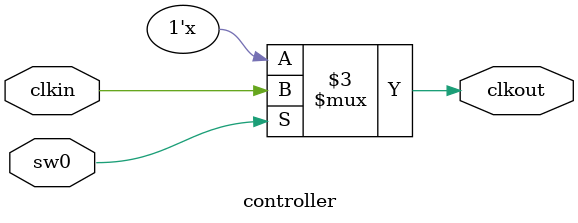
<source format=v>
module controller(clkin,sw0,clkout);
input clkin,sw0;
output reg clkout;
always @(clkin)
	begin
		if(sw0)
			clkout = clkin;
	end
endmodule 
</source>
